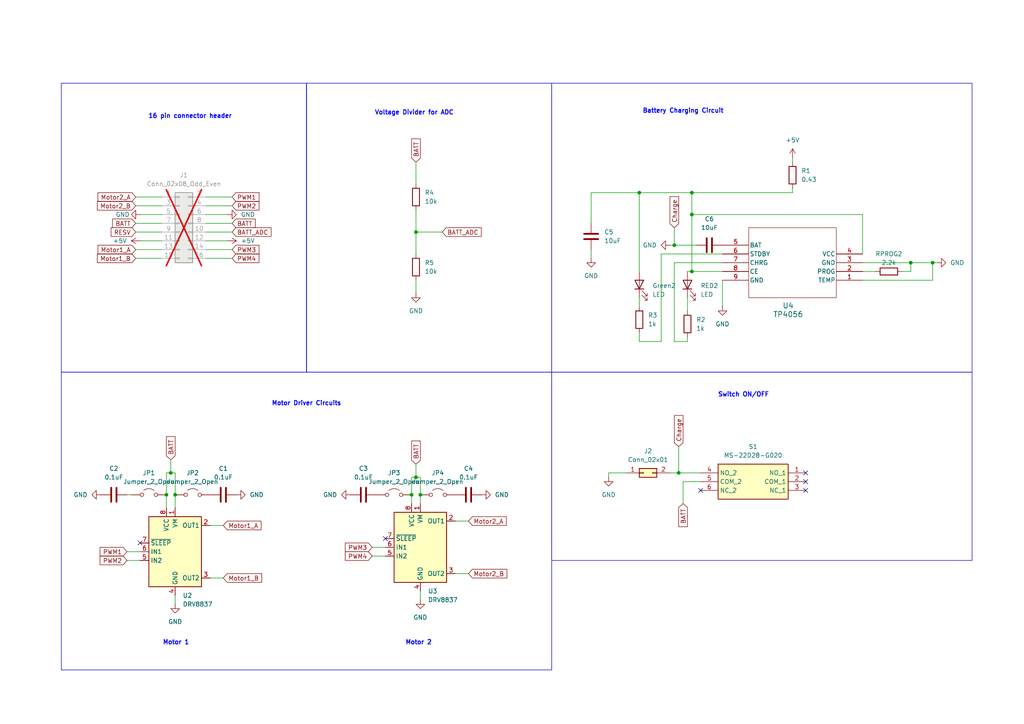
<source format=kicad_sch>
(kicad_sch (version 20231120) (generator "eeschema") (generator_version "8.0")
  (paper "A4")
  (title_block (title "Power Subsection") (date "24 March 2024") (rev "v2") (comment 3 "SHKIMA004") (comment 4 "Imaan Shaik"))
  (lib_symbols
    (symbol "Connector_Generic:Conn_02x01" (pin_names (offset 1.016) hide)
      (property "Reference" "J" (at 1.27 2.54 0))
      (property "Value" "Conn_02x01" (at 1.27 -2.54 0))
      (symbol "Conn_02x01_1_1"
        (rectangle (start -1.27 0.127) (end 0 -0.127) (stroke (width 0.1524)))
        (rectangle (start -1.27 1.27) (end 3.81 -1.27) (stroke (width 0.254)) (fill (type background)))
        (rectangle (start 3.81 0.127) (end 2.54 -0.127) (stroke (width 0.1524)))
        (pin passive line (at -5.08 0 0) (length 3.81) (name "Pin_1") (number "1"))
        (pin passive line (at 7.62 0 180) (length 3.81) (name "Pin_2") (number "2"))
      )
    )
    (symbol "Connector_Generic:Conn_02x08_Odd_Even" (pin_names (offset 1.016) hide)
      (property "Reference" "J" (at 1.27 10.16 0))
      (property "Value" "Conn_02x08_Odd_Even" (at 1.27 -12.7 0))
      (symbol "Conn_02x08_Odd_Even_1_1"
        (rectangle (start -1.27 -10.033) (end 0 -10.287) (stroke (width 0.1524)))
        (rectangle (start -1.27 -7.493) (end 0 -7.747) (stroke (width 0.1524)))
        (rectangle (start -1.27 -4.953) (end 0 -5.207) (stroke (width 0.1524)))
        (rectangle (start -1.27 -2.413) (end 0 -2.667) (stroke (width 0.1524)))
        (rectangle (start -1.27 0.127) (end 0 -0.127) (stroke (width 0.1524)))
        (rectangle (start -1.27 2.667) (end 0 2.413) (stroke (width 0.1524)))
        (rectangle (start -1.27 5.207) (end 0 4.953) (stroke (width 0.1524)))
        (rectangle (start -1.27 7.747) (end 0 7.493) (stroke (width 0.1524)))
        (rectangle (start -1.27 8.89) (end 3.81 -11.43) (stroke (width 0.254)) (fill (type background)))
        (rectangle (start 3.81 -10.033) (end 2.54 -10.287) (stroke (width 0.1524)))
        (rectangle (start 3.81 -7.493) (end 2.54 -7.747) (stroke (width 0.1524)))
        (rectangle (start 3.81 -4.953) (end 2.54 -5.207) (stroke (width 0.1524)))
        (rectangle (start 3.81 -2.413) (end 2.54 -2.667) (stroke (width 0.1524)))
        (rectangle (start 3.81 0.127) (end 2.54 -0.127) (stroke (width 0.1524)))
        (rectangle (start 3.81 2.667) (end 2.54 2.413) (stroke (width 0.1524)))
        (rectangle (start 3.81 5.207) (end 2.54 4.953) (stroke (width 0.1524)))
        (rectangle (start 3.81 7.747) (end 2.54 7.493) (stroke (width 0.1524)))
        (pin passive line (at -5.08 7.62 0) (length 3.81) (name "Pin_1") (number "1"))
        (pin passive line (at 7.62 -2.54 180) (length 3.81) (name "Pin_10") (number "10"))
        (pin passive line (at -5.08 -5.08 0) (length 3.81) (name "Pin_11") (number "11"))
        (pin passive line (at 7.62 -5.08 180) (length 3.81) (name "Pin_12") (number "12"))
        (pin passive line (at -5.08 -7.62 0) (length 3.81) (name "Pin_13") (number "13"))
        (pin passive line (at 7.62 -7.62 180) (length 3.81) (name "Pin_14") (number "14"))
        (pin passive line (at -5.08 -10.16 0) (length 3.81) (name "Pin_15") (number "15"))
        (pin passive line (at 7.62 -10.16 180) (length 3.81) (name "Pin_16") (number "16"))
        (pin passive line (at 7.62 7.62 180) (length 3.81) (name "Pin_2") (number "2"))
        (pin passive line (at -5.08 5.08 0) (length 3.81) (name "Pin_3") (number "3"))
        (pin passive line (at 7.62 5.08 180) (length 3.81) (name "Pin_4") (number "4"))
        (pin passive line (at -5.08 2.54 0) (length 3.81) (name "Pin_5") (number "5"))
        (pin passive line (at 7.62 2.54 180) (length 3.81) (name "Pin_6") (number "6"))
        (pin passive line (at -5.08 0 0) (length 3.81) (name "Pin_7") (number "7"))
        (pin passive line (at 7.62 0 180) (length 3.81) (name "Pin_8") (number "8"))
        (pin passive line (at -5.08 -2.54 0) (length 3.81) (name "Pin_9") (number "9"))
      )
    )
    (symbol "Device:C" (pin_numbers hide) (pin_names (offset 0.254))
      (property "Reference" "C" (at 0.635 2.54 0))
      (property "Value" "C" (at 0.635 -2.54 0))
      (symbol "C_0_1"
        (polyline (pts (xy -2.032 -0.762) (xy 2.032 -0.762)) (stroke (width 0.508)))
        (polyline (pts (xy -2.032 0.762) (xy 2.032 0.762)) (stroke (width 0.508)))
      )
      (symbol "C_1_1"
        (pin passive line (at 0 3.81 270) (length 2.794) (name "~") (number "1"))
        (pin passive line (at 0 -3.81 90) (length 2.794) (name "~") (number "2"))
      )
    )
    (symbol "Device:LED" (pin_numbers hide) (pin_names (offset 1.016) hide)
      (property "Reference" "D" (at 0 2.54 0))
      (property "Value" "LED" (at 0 -2.54 0))
      (symbol "LED_0_1"
        (polyline (pts (xy -1.27 -1.27) (xy -1.27 1.27)) (stroke (width 0.254)))
        (polyline (pts (xy -1.27 0) (xy 1.27 0)))
        (polyline (pts (xy 1.27 -1.27) (xy 1.27 1.27) (xy -1.27 0) (xy 1.27 -1.27)) (stroke (width 0.254)))
        (polyline (pts (xy -3.048 -0.762) (xy -4.572 -2.286) (xy -3.81 -2.286) (xy -4.572 -2.286) (xy -4.572 -1.524)))
        (polyline (pts (xy -1.778 -0.762) (xy -3.302 -2.286) (xy -2.54 -2.286) (xy -3.302 -2.286) (xy -3.302 -1.524)))
      )
      (symbol "LED_1_1"
        (pin passive line (at -3.81 0 0) (length 2.54) (name "K") (number "1"))
        (pin passive line (at 3.81 0 180) (length 2.54) (name "A") (number "2"))
      )
    )
    (symbol "Device:R" (pin_numbers hide) (pin_names (offset 0))
      (property "Reference" "R" (at 2.032 0 90))
      (property "Value" "R" (at 0 0 90))
      (symbol "R_0_1"
        (rectangle (start -1.016 -2.54) (end 1.016 2.54) (stroke (width 0.254)))
      )
      (symbol "R_1_1"
        (pin passive line (at 0 3.81 270) (length 1.27) (name "~") (number "1"))
        (pin passive line (at 0 -3.81 90) (length 1.27) (name "~") (number "2"))
      )
    )
    (symbol "Driver_Motor:DRV8837"
      (property "Reference" "U" (at 6.35 11.43 0))
      (property "Value" "DRV8837" (at -10.16 11.43 0))
      (symbol "DRV8837_0_1"
        (rectangle (start -7.62 10.16) (end 7.62 -10.16) (stroke (width 0.254)) (fill (type background)))
      )
      (symbol "DRV8837_1_1"
        (pin power_in line (at 0 12.7 270) (length 2.54) (name "VM") (number "1"))
        (pin output line (at 10.16 7.62 180) (length 2.54) (name "OUT1") (number "2"))
        (pin output line (at 10.16 -7.62 180) (length 2.54) (name "OUT2") (number "3"))
        (pin power_in line (at 0 -12.7 90) (length 2.54) (name "GND") (number "4"))
        (pin input line (at -10.16 -2.54 0) (length 2.54) (name "IN2") (number "5"))
        (pin input line (at -10.16 0 0) (length 2.54) (name "IN1") (number "6"))
        (pin input line (at -10.16 2.54 0) (length 2.54) (name "~{SLEEP}") (number "7"))
        (pin power_in line (at -2.54 12.7 270) (length 2.54) (name "VCC") (number "8"))
        (pin passive line (at 0 -12.7 90) (length 2.54) hide (name "GND") (number "9"))
      )
    )
    (symbol "GND_1" (power) (pin_numbers hide) (pin_names (offset 0) hide)
      (property "Value" "GND" (at 0 -3.81 0))
      (symbol "GND_1_0_1"
        (polyline (pts (xy 0 0) (xy 0 -1.27) (xy 1.27 -1.27) (xy 0 -2.54) (xy -1.27 -1.27) (xy 0 -1.27)))
      )
      (symbol "GND_1_1_1"
        (pin power_in line (at 0 0 270) (length 0) (name "~") (number "1"))
      )
    )
    (symbol "GND_2" (power) (pin_numbers hide) (pin_names (offset 0) hide)
      (property "Value" "GND" (at 0 -3.81 0))
      (symbol "GND_2_0_1"
        (polyline (pts (xy 0 0) (xy 0 -1.27) (xy 1.27 -1.27) (xy 0 -2.54) (xy -1.27 -1.27) (xy 0 -1.27)))
      )
      (symbol "GND_2_1_1"
        (pin power_in line (at 0 0 270) (length 0) (name "~") (number "1"))
      )
    )
    (symbol "GND_3" (power) (pin_numbers hide) (pin_names (offset 0) hide)
      (property "Value" "GND" (at 0 -3.81 0))
      (symbol "GND_3_0_1"
        (polyline (pts (xy 0 0) (xy 0 -1.27) (xy 1.27 -1.27) (xy 0 -2.54) (xy -1.27 -1.27) (xy 0 -1.27)))
      )
      (symbol "GND_3_1_1"
        (pin power_in line (at 0 0 270) (length 0) (name "~") (number "1"))
      )
    )
    (symbol "Jumper:Jumper_2_Open" (pin_numbers hide) (pin_names (offset 0) hide) (exclude_from_sim yes)
      (property "Reference" "JP" (at 0 2.794 0))
      (property "Value" "Jumper_2_Open" (at 0 -2.286 0))
      (symbol "Jumper_2_Open_0_0"
        (circle (center -2.032 0) (radius 0.508))
        (circle (center 2.032 0) (radius 0.508))
      )
      (symbol "Jumper_2_Open_0_1"
        (arc (start 1.524 1.27) (mid 0 1.778) (end -1.524 1.27))
      )
      (symbol "Jumper_2_Open_1_1"
        (pin passive line (at -5.08 0 0) (length 2.54) (name "A") (number "1"))
        (pin passive line (at 5.08 0 180) (length 2.54) (name "B") (number "2"))
      )
    )
    (symbol "MS 22D28 Switch:MS-22D28-G020"
      (property "Reference" "S" (at 26.67 7.62 0))
      (property "Value" "MS-22D28-G020" (at 26.67 5.08 0))
      (symbol "MS-22D28-G020_1_1"
        (rectangle (start 5.08 2.54) (end 25.4 -7.62) (stroke (width 0.254)) (fill (type background)))
        (pin passive line (at 30.48 0 180) (length 5.08) (name "NO_1") (number "1"))
        (pin passive line (at 30.48 -2.54 180) (length 5.08) (name "COM_1") (number "2"))
        (pin passive line (at 30.48 -5.08 180) (length 5.08) (name "NC_1") (number "3"))
        (pin passive line (at 0 0 0) (length 5.08) (name "NO_2") (number "4"))
        (pin passive line (at 0 -2.54 0) (length 5.08) (name "COM_2") (number "5"))
        (pin passive line (at 0 -5.08 0) (length 5.08) (name "NC_2") (number "6"))
      )
    )
    (symbol "TP4056:TP4056" (pin_names (offset 0.254))
      (property "Reference" "U" (at 20.32 10.16 0))
      (property "Value" "TP4056" (at 20.32 7.62 0))
      (symbol "TP4056_0_1"
        (polyline (pts (xy 7.62 -15.24) (xy 33.02 -15.24)) (stroke (width 0.127)))
        (polyline (pts (xy 7.62 5.08) (xy 7.62 -15.24)) (stroke (width 0.127)))
        (polyline (pts (xy 33.02 -15.24) (xy 33.02 5.08)) (stroke (width 0.127)))
        (polyline (pts (xy 33.02 5.08) (xy 7.62 5.08)) (stroke (width 0.127)))
        (pin unspecified line (at 0 0 0) (length 7.62) (name "TEMP") (number "1"))
        (pin unspecified line (at 0 -2.54 0) (length 7.62) (name "PROG") (number "2"))
        (pin power_out line (at 0 -5.08 0) (length 7.62) (name "GND") (number "3"))
        (pin power_in line (at 0 -7.62 0) (length 7.62) (name "VCC") (number "4"))
        (pin unspecified line (at 40.64 -10.16 180) (length 7.62) (name "BAT") (number "5"))
        (pin unspecified line (at 40.64 -7.62 180) (length 7.62) (name "STDBY") (number "6"))
        (pin unspecified line (at 40.64 -5.08 180) (length 7.62) (name "CHRG") (number "7"))
        (pin unspecified line (at 40.64 -2.54 180) (length 7.62) (name "CE") (number "8"))
        (pin power_out line (at 40.64 0 180) (length 7.62) (name "GND") (number "9"))
      )
    )
    (symbol "power:+5V" (power) (pin_numbers hide) (pin_names (offset 0) hide)
      (property "Value" "+5V" (at 0 3.556 0))
      (symbol "+5V_0_1"
        (polyline (pts (xy -0.762 1.27) (xy 0 2.54)))
        (polyline (pts (xy 0 0) (xy 0 2.54)))
        (polyline (pts (xy 0 2.54) (xy 0.762 1.27)))
      )
      (symbol "+5V_1_1"
        (pin power_in line (at 0 0 90) (length 0) (name "~") (number "1"))
      )
    )
  )
  (junction (at 200.66 55.88))
  (junction (at 119.38 143.51))
  (junction (at 200.66 62.23))
  (junction (at 50.8 143.51))
  (junction (at 185.42 55.88))
  (junction (at 270.51 76.2))
  (junction (at 49.53 137.16))
  (junction (at 196.85 137.16))
  (junction (at 120.65 138.43))
  (junction (at 264.16 76.2))
  (junction (at 121.92 143.51))
  (junction (at 120.65 67.31))
  (junction (at 48.26 143.51))
  (junction (at 195.58 71.12))
  (junction (at 200.66 78.74))
  (no_connect (at 233.68 139.7))
  (no_connect (at 111.76 156.21))
  (no_connect (at 203.2 142.24))
  (no_connect (at 233.68 142.24))
  (no_connect (at 233.68 137.16))
  (no_connect (at 40.64 157.48))
  (wire (pts (xy 49.53 137.16) (xy 50.8 137.16)))
  (wire (pts (xy 120.65 138.43) (xy 121.92 138.43)))
  (wire (pts (xy 60.96 152.4) (xy 64.77 152.4)))
  (wire (pts (xy 199.39 86.36) (xy 199.39 90.17)))
  (wire (pts (xy 59.69 69.85) (xy 66.04 69.85)))
  (wire (pts (xy 171.45 55.88) (xy 171.45 64.77)))
  (wire (pts (xy 59.69 62.23) (xy 66.04 62.23)))
  (wire (pts (xy 107.95 158.75) (xy 111.76 158.75)))
  (wire (pts (xy 185.42 55.88) (xy 171.45 55.88)))
  (wire (pts (xy 50.8 172.72) (xy 50.8 175.26)))
  (wire (pts (xy 171.45 72.39) (xy 171.45 74.93)))
  (wire (pts (xy 261.62 78.74) (xy 264.16 78.74)))
  (wire (pts (xy 120.65 134.62) (xy 120.65 138.43)))
  (wire (pts (xy 195.58 66.04) (xy 195.58 71.12)))
  (wire (pts (xy 40.64 62.23) (xy 46.99 62.23)))
  (wire (pts (xy 191.77 99.06) (xy 185.42 99.06)))
  (wire (pts (xy 121.92 171.45) (xy 121.92 173.99)))
  (wire (pts (xy 48.26 137.16) (xy 49.53 137.16)))
  (wire (pts (xy 191.77 73.66) (xy 191.77 99.06)))
  (wire (pts (xy 59.69 57.15) (xy 67.31 57.15)))
  (wire (pts (xy 121.92 143.51) (xy 121.92 146.05)))
  (wire (pts (xy 59.69 67.31) (xy 67.31 67.31)))
  (wire (pts (xy 185.42 99.06) (xy 185.42 96.52)))
  (wire (pts (xy 250.19 81.28) (xy 270.51 81.28)))
  (wire (pts (xy 185.42 86.36) (xy 185.42 88.9)))
  (wire (pts (xy 209.55 73.66) (xy 191.77 73.66)))
  (wire (pts (xy 176.53 137.16) (xy 176.53 138.43)))
  (wire (pts (xy 229.87 45.72) (xy 229.87 46.99)))
  (wire (pts (xy 120.65 46.99) (xy 120.65 53.34)))
  (wire (pts (xy 36.83 143.51) (xy 38.1 143.51)))
  (wire (pts (xy 120.65 67.31) (xy 120.65 73.66)))
  (wire (pts (xy 200.66 55.88) (xy 200.66 62.23)))
  (wire (pts (xy 120.65 81.28) (xy 120.65 85.09)))
  (wire (pts (xy 270.51 81.28) (xy 270.51 76.2)))
  (wire (pts (xy 200.66 62.23) (xy 200.66 78.74)))
  (wire (pts (xy 229.87 54.61) (xy 229.87 55.88)))
  (wire (pts (xy 270.51 76.2) (xy 271.78 76.2)))
  (wire (pts (xy 59.69 64.77) (xy 67.31 64.77)))
  (wire (pts (xy 119.38 138.43) (xy 120.65 138.43)))
  (wire (pts (xy 39.37 72.39) (xy 46.99 72.39)))
  (wire (pts (xy 39.37 74.93) (xy 46.99 74.93)))
  (wire (pts (xy 48.26 147.32) (xy 48.26 143.51)))
  (wire (pts (xy 48.26 143.51) (xy 48.26 137.16)))
  (wire (pts (xy 185.42 55.88) (xy 185.42 78.74)))
  (wire (pts (xy 195.58 76.2) (xy 195.58 99.06)))
  (wire (pts (xy 264.16 76.2) (xy 270.51 76.2)))
  (wire (pts (xy 59.69 72.39) (xy 67.31 72.39)))
  (wire (pts (xy 60.96 167.64) (xy 64.77 167.64)))
  (wire (pts (xy 59.69 59.69) (xy 67.31 59.69)))
  (wire (pts (xy 59.69 74.93) (xy 67.31 74.93)))
  (wire (pts (xy 120.65 60.96) (xy 120.65 67.31)))
  (wire (pts (xy 50.8 143.51) (xy 50.8 147.32)))
  (wire (pts (xy 39.37 59.69) (xy 46.99 59.69)))
  (wire (pts (xy 181.61 137.16) (xy 176.53 137.16)))
  (wire (pts (xy 250.19 76.2) (xy 264.16 76.2)))
  (wire (pts (xy 250.19 73.66) (xy 250.19 62.23)))
  (wire (pts (xy 209.55 81.28) (xy 209.55 88.9)))
  (wire (pts (xy 132.08 166.37) (xy 135.89 166.37)))
  (wire (pts (xy 120.65 67.31) (xy 128.27 67.31)))
  (wire (pts (xy 121.92 138.43) (xy 121.92 143.51)))
  (wire (pts (xy 36.83 160.02) (xy 40.64 160.02)))
  (wire (pts (xy 195.58 71.12) (xy 201.93 71.12)))
  (wire (pts (xy 119.38 143.51) (xy 119.38 138.43)))
  (wire (pts (xy 194.31 71.12) (xy 195.58 71.12)))
  (wire (pts (xy 209.55 76.2) (xy 195.58 76.2)))
  (wire (pts (xy 107.95 161.29) (xy 111.76 161.29)))
  (wire (pts (xy 196.85 129.54) (xy 196.85 137.16)))
  (wire (pts (xy 198.12 139.7) (xy 198.12 146.05)))
  (wire (pts (xy 185.42 55.88) (xy 200.66 55.88)))
  (wire (pts (xy 199.39 78.74) (xy 200.66 78.74)))
  (wire (pts (xy 49.53 133.35) (xy 49.53 137.16)))
  (wire (pts (xy 250.19 78.74) (xy 254 78.74)))
  (wire (pts (xy 264.16 78.74) (xy 264.16 76.2)))
  (wire (pts (xy 39.37 67.31) (xy 46.99 67.31)))
  (wire (pts (xy 250.19 62.23) (xy 200.66 62.23)))
  (wire (pts (xy 119.38 146.05) (xy 119.38 143.51)))
  (wire (pts (xy 36.83 162.56) (xy 40.64 162.56)))
  (wire (pts (xy 132.08 151.13) (xy 135.89 151.13)))
  (wire (pts (xy 39.37 64.77) (xy 46.99 64.77)))
  (wire (pts (xy 195.58 99.06) (xy 199.39 99.06)))
  (wire (pts (xy 50.8 137.16) (xy 50.8 143.51)))
  (wire (pts (xy 196.85 137.16) (xy 203.2 137.16)))
  (wire (pts (xy 194.31 137.16) (xy 196.85 137.16)))
  (wire (pts (xy 200.66 55.88) (xy 229.87 55.88)))
  (wire (pts (xy 199.39 99.06) (xy 199.39 97.79)))
  (wire (pts (xy 198.12 139.7) (xy 203.2 139.7)))
  (wire (pts (xy 200.66 78.74) (xy 209.55 78.74)))
  (wire (pts (xy 40.64 69.85) (xy 46.99 69.85)))
  (wire (pts (xy 39.37 57.15) (xy 46.99 57.15)))
  (rectangle (start 160.02 24.13) (end 281.94 107.95))
  (rectangle (start 88.9 24.13) (end 160.02 107.95))
  (rectangle (start 17.78 24.13) (end 88.9 107.95))
  (rectangle (start 160.02 107.95) (end 281.94 162.56))
  (rectangle (start 17.78 107.95) (end 160.02 194.31))
  (text "Motor Driver Circuits" (at 88.9 117.094 0) (effects (font (size 1.27 1.27) (thickness 0.254) (bold yes))))
  (text "Voltage Divider for ADC" (at 120.142 32.766 0) (effects (font (size 1.27 1.27) (thickness 0.254) (bold yes))))
  (text "Battery Charging Circuit " (at 198.628 32.258 0) (effects (font (size 1.27 1.27) (thickness 0.254) (bold yes))))
  (text "16 pin connector header " (at 55.626 33.782 0) (effects (font (size 1.27 1.27) (thickness 0.254) (bold yes))))
  (text "Switch ON/OFF" (at 215.646 114.554 0) (effects (font (size 1.27 1.27) (thickness 0.254) (bold yes))))
  (text "Motor 1" (at 51.054 186.436 0) (effects (font (size 1.27 1.27) (thickness 0.254) (bold yes))))
  (text "Motor 2\n" (at 121.412 186.436 0) (effects (font (size 1.27 1.27) (thickness 0.254) (bold yes))))
  (global_label "PWM4" (shape input) (at 67.31 74.93 0) (property "Intersheetrefs" "${INTERSHEET_REFS}" (effects (hide yes))))
  (global_label "PWM1" (shape input) (at 67.31 57.15 0) (property "Intersheetrefs" "${INTERSHEET_REFS}" (effects (hide yes))))
  (global_label "Charge" (shape input) (at 196.85 129.54 90) (property "Intersheetrefs" "${INTERSHEET_REFS}" (effects (hide yes))))
  (global_label "Motor2_A" (shape input) (at 135.89 151.13 0) (property "Intersheetrefs" "${INTERSHEET_REFS}" (effects (hide yes))))
  (global_label "Charge" (shape input) (at 195.58 66.04 90) (property "Intersheetrefs" "${INTERSHEET_REFS}" (effects (hide yes))))
  (global_label "BATT_ADC" (shape input) (at 67.31 67.31 0) (property "Intersheetrefs" "${INTERSHEET_REFS}" (effects (hide yes))))
  (global_label "PWM3" (shape input) (at 67.31 72.39 0) (property "Intersheetrefs" "${INTERSHEET_REFS}" (effects (hide yes))))
  (global_label "Motor2_B" (shape input) (at 39.37 59.69 180) (property "Intersheetrefs" "${INTERSHEET_REFS}" (effects (hide yes))))
  (global_label "Motor2_B" (shape input) (at 135.89 166.37 0) (property "Intersheetrefs" "${INTERSHEET_REFS}" (effects (hide yes))))
  (global_label "PWM1" (shape input) (at 36.83 160.02 180) (property "Intersheetrefs" "${INTERSHEET_REFS}" (effects (hide yes))))
  (global_label "Motor1_A" (shape input) (at 39.37 72.39 180) (property "Intersheetrefs" "${INTERSHEET_REFS}" (effects (hide yes))))
  (global_label "PWM2" (shape input) (at 36.83 162.56 180) (property "Intersheetrefs" "${INTERSHEET_REFS}" (effects (hide yes))))
  (global_label "Motor1_B" (shape input) (at 39.37 74.93 180) (property "Intersheetrefs" "${INTERSHEET_REFS}" (effects (hide yes))))
  (global_label "RESV" (shape input) (at 39.37 67.31 180) (property "Intersheetrefs" "${INTERSHEET_REFS}" (effects (hide yes))))
  (global_label "PWM2" (shape input) (at 67.31 59.69 0) (property "Intersheetrefs" "${INTERSHEET_REFS}" (effects (hide yes))))
  (global_label "PWM3" (shape input) (at 107.95 158.75 180) (property "Intersheetrefs" "${INTERSHEET_REFS}" (effects (hide yes))))
  (global_label "Motor1_A" (shape input) (at 64.77 152.4 0) (property "Intersheetrefs" "${INTERSHEET_REFS}" (effects (hide yes))))
  (global_label "BATT" (shape input) (at 120.65 134.62 90) (property "Intersheetrefs" "${INTERSHEET_REFS}" (effects (hide yes))))
  (global_label "BATT" (shape input) (at 39.37 64.77 180) (property "Intersheetrefs" "${INTERSHEET_REFS}" (effects (hide yes))))
  (global_label "PWM4" (shape input) (at 107.95 161.29 180) (property "Intersheetrefs" "${INTERSHEET_REFS}" (effects (hide yes))))
  (global_label "Motor1_B" (shape input) (at 64.77 167.64 0) (property "Intersheetrefs" "${INTERSHEET_REFS}" (effects (hide yes))))
  (global_label "BATT" (shape input) (at 67.31 64.77 0) (property "Intersheetrefs" "${INTERSHEET_REFS}" (effects (hide yes))))
  (global_label "BATT_ADC" (shape input) (at 128.27 67.31 0) (property "Intersheetrefs" "${INTERSHEET_REFS}" (effects (hide yes))))
  (global_label "BATT" (shape input) (at 49.53 133.35 90) (property "Intersheetrefs" "${INTERSHEET_REFS}" (effects (hide yes))))
  (global_label "BATT" (shape input) (at 120.65 46.99 90) (property "Intersheetrefs" "${INTERSHEET_REFS}" (effects (hide yes))))
  (global_label "BATT" (shape input) (at 198.12 146.05 270) (property "Intersheetrefs" "${INTERSHEET_REFS}" (effects (hide yes))))
  (global_label "Motor2_A" (shape input) (at 39.37 57.15 180) (property "Intersheetrefs" "${INTERSHEET_REFS}" (effects (hide yes))))
  (symbol (lib_id "Jumper:Jumper_2_Open") (at 55.88 143.51 0) (unit 1) (exclude_from_sim yes)
    (property "Reference" "JP2" (at 55.88 137.16 0))
    (property "Value" "Jumper_2_Open" (at 55.88 139.7 0))
    (property "Footprint" "Jumper:SolderJumper-2_P1.3mm_Open_Pad1.0x1.5mm" (effects (hide yes)))
    (property "Description" "Jumper, 2-pole, open" (effects (hide yes)))
  )
  (symbol (lib_id "Jumper:Jumper_2_Open") (at 43.18 143.51 0) (unit 1) (exclude_from_sim yes)
    (property "Reference" "JP1" (at 43.18 137.16 0))
    (property "Value" "Jumper_2_Open" (at 43.18 139.7 0))
    (property "Footprint" "Jumper:SolderJumper-2_P1.3mm_Open_Pad1.0x1.5mm" (effects (hide yes)))
    (property "Description" "Jumper, 2-pole, open" (effects (hide yes)))
  )
  (symbol (lib_id "Jumper:Jumper_2_Open") (at 114.3 143.51 0) (unit 1) (exclude_from_sim yes)
    (property "Reference" "JP3" (at 114.3 137.16 0))
    (property "Value" "Jumper_2_Open" (at 114.3 139.7 0))
    (property "Footprint" "Jumper:SolderJumper-2_P1.3mm_Open_Pad1.0x1.5mm" (effects (hide yes)))
    (property "Description" "Jumper, 2-pole, open" (effects (hide yes)))
  )
  (symbol (lib_id "Driver_Motor:DRV8837") (at 121.92 158.75 0) (unit 1)
    (property "Reference" "U3" (at 124.1141 171.45 0) (effects (justify left)))
    (property "Value" "DRV8837" (at 124.1141 173.99 0) (effects (justify left)))
    (property "Footprint" "Package_SON:WSON-8-1EP_2x2mm_P0.5mm_EP0.9x1.6mm" (effects (hide yes)))
    (property "Datasheet" "http://www.ti.com/lit/ds/symlink/drv8837.pdf" (effects (hide yes)))
    (property "Description" "H-Bridge driver, 1.8A, Low Voltage, PWM input, WSON-8" (effects (hide yes)))
    (property "LCSE" "C39159" (effects (hide yes)))
  )
  (symbol (lib_id "Device:C") (at 105.41 143.51 90) (unit 1)
    (property "Reference" "C3" (at 105.41 135.89 90))
    (property "Value" "0.1uF" (at 105.41 138.43 90))
    (property "Footprint" "Capacitor_SMD:C_0805_2012Metric" (effects (hide yes)))
    (property "Description" "Unpolarized capacitor" (effects (hide yes)))
    (property "LCSE" " C30926" (effects (hide yes)))
  )
  (symbol (lib_id "Connector_Generic:Conn_02x08_Odd_Even") (at 52.07 64.77 0) (unit 1) (dnp yes)
    (property "Reference" "J1" (at 53.34 50.8 0))
    (property "Value" "Conn_02x08_Odd_Even" (at 53.34 53.34 0))
    (property "Footprint" "Connector_PinHeader_2.54mm:PinHeader_2x08_P2.54mm_Vertical" (effects (hide yes)))
    (property "Description" "Generic connector, double row, 02x08, odd/even pin numbering scheme (row 1 odd numbers, row 2 even numbers), script generated (kicad-library-utils/schlib/autogen/connector/)" (effects (hide yes)))
  )
  (symbol (lib_id "power:+5V") (at 229.87 45.72 0) (unit 1)
    (property "Reference" "#PWR02" (effects (hide yes)))
    (property "Value" "+5V" (at 229.87 40.64 0))
    (property "Description" "Power symbol creates a global label with name \"+5V\"" (effects (hide yes)))
  )
  (symbol (lib_id "Device:R") (at 185.42 92.71 180) (unit 1)
    (property "Reference" "R3" (at 187.96 91.4399 0) (effects (justify right)))
    (property "Value" "1k" (at 187.96 93.9799 0) (effects (justify right)))
    (property "Footprint" "Resistor_SMD:R_0805_2012Metric" (effects (hide yes)))
    (property "Description" "Resistor" (effects (hide yes)))
    (property "LCSE" "C115325" (effects (hide yes)))
  )
  (symbol (lib_id "power:+5V") (at 66.04 69.85 270) (unit 1)
    (property "Reference" "#PWR07" (effects (hide yes)))
    (property "Value" "+5V" (at 69.85 69.8499 90) (effects (justify left)))
    (property "Description" "Power symbol creates a global label with name \"+5V\"" (effects (hide yes)))
  )
  (symbol (lib_name "GND_3") (lib_id "power:GND") (at 209.55 88.9 0) (unit 1)
    (property "Reference" "#PWR011" (effects (hide yes)))
    (property "Value" "GND" (at 209.55 93.98 0))
    (property "Description" "Power symbol creates a global label with name \"GND\" , ground" (effects (hide yes)))
  )
  (symbol (lib_name "GND_3") (lib_id "power:GND") (at 271.78 76.2 90) (unit 1)
    (property "Reference" "#PWR012" (effects (hide yes)))
    (property "Value" "GND" (at 275.59 76.1999 90) (effects (justify right)))
    (property "Description" "Power symbol creates a global label with name \"GND\" , ground" (effects (hide yes)))
  )
  (symbol (lib_name "GND_2") (lib_id "power:GND") (at 120.65 85.09 0) (unit 1)
    (property "Reference" "#PWR010" (effects (hide yes)))
    (property "Value" "GND" (at 120.65 90.17 0))
    (property "Description" "Power symbol creates a global label with name \"GND\" , ground" (effects (hide yes)))
  )
  (symbol (lib_id "Device:LED") (at 199.39 82.55 90) (unit 1)
    (property "Reference" "RED2" (at 203.2 82.8674 90) (effects (justify right)))
    (property "Value" "LED" (at 203.2 85.4074 90) (effects (justify right)))
    (property "Footprint" "Diode_SMD:D_0805_2012Metric" (effects (hide yes)))
    (property "Description" "Light emitting diode" (effects (hide yes)))
    (property "LCSE" "C2286" (effects (hide yes)))
  )
  (symbol (lib_name "GND_3") (lib_id "power:GND") (at 171.45 74.93 0) (unit 1)
    (property "Reference" "#PWR017" (effects (hide yes)))
    (property "Value" "GND" (at 171.45 80.01 0))
    (property "Description" "Power symbol creates a global label with name \"GND\" , ground" (effects (hide yes)))
  )
  (symbol (lib_name "GND_1") (lib_id "power:GND") (at 40.64 62.23 270) (unit 1)
    (property "Reference" "#PWR04" (effects (hide yes)))
    (property "Value" "GND" (at 35.56 62.23 90))
    (property "Description" "Power symbol creates a global label with name \"GND\" , ground" (effects (hide yes)))
  )
  (symbol (lib_name "GND_2") (lib_id "power:GND") (at 101.6 143.51 270) (unit 1)
    (property "Reference" "#PWR014" (effects (hide yes)))
    (property "Value" "GND" (at 97.79 143.5099 90) (effects (justify right)))
    (property "Description" "Power symbol creates a global label with name \"GND\" , ground" (effects (hide yes)))
  )
  (symbol (lib_id "Device:C") (at 64.77 143.51 90) (unit 1)
    (property "Reference" "C1" (at 64.77 135.89 90))
    (property "Value" "0.1uF" (at 64.77 138.43 90))
    (property "Footprint" "Capacitor_SMD:C_0805_2012Metric" (effects (hide yes)))
    (property "Description" "Unpolarized capacitor" (effects (hide yes)))
    (property "LCSE" " C30926" (effects (hide yes)))
  )
  (symbol (lib_id "Device:R") (at 257.81 78.74 90) (unit 1)
    (property "Reference" "RPROG2" (at 257.81 73.66 90))
    (property "Value" "2.2k" (at 257.81 76.2 90))
    (property "Footprint" "Resistor_SMD:R_0805_2012Metric" (effects (hide yes)))
    (property "Description" "Resistor" (effects (hide yes)))
    (property "LCSE" "C204754" (effects (hide yes)))
  )
  (symbol (lib_id "Device:LED") (at 185.42 82.55 90) (unit 1)
    (property "Reference" "Green2" (at 189.23 82.8674 90) (effects (justify right)))
    (property "Value" "LED" (at 189.23 85.4074 90) (effects (justify right)))
    (property "Footprint" "Diode_SMD:D_0805_2012Metric" (effects (hide yes)))
    (property "Description" "Light emitting diode" (effects (hide yes)))
    (property "LCSE" "C2297" (effects (hide yes)))
  )
  (symbol (lib_id "Device:C") (at 135.89 143.51 90) (unit 1)
    (property "Reference" "C4" (at 135.89 135.89 90))
    (property "Value" "0.1uF" (at 135.89 138.43 90))
    (property "Footprint" "Capacitor_SMD:C_0805_2012Metric" (effects (hide yes)))
    (property "Description" "Unpolarized capacitor" (effects (hide yes)))
    (property "LCSE" " C30926" (effects (hide yes)))
  )
  (symbol (lib_name "GND_3") (lib_id "power:GND") (at 194.31 71.12 270) (unit 1)
    (property "Reference" "#PWR016" (effects (hide yes)))
    (property "Value" "GND" (at 190.5 71.1199 90) (effects (justify right)))
    (property "Description" "Power symbol creates a global label with name \"GND\" , ground" (effects (hide yes)))
  )
  (symbol (lib_id "Device:R") (at 199.39 93.98 180) (unit 1)
    (property "Reference" "R2" (at 201.93 92.7099 0) (effects (justify right)))
    (property "Value" "1k" (at 201.93 95.2499 0) (effects (justify right)))
    (property "Footprint" "Resistor_SMD:R_0805_2012Metric" (effects (hide yes)))
    (property "Description" "Resistor" (effects (hide yes)))
    (property "LCSE" "C115325" (effects (hide yes)))
  )
  (symbol (lib_id "Connector_Generic:Conn_02x01") (at 186.69 137.16 0) (unit 1)
    (property "Reference" "J2" (at 187.96 130.81 0))
    (property "Value" "Conn_02x01" (at 187.96 133.35 0))
    (property "Footprint" "Connector_PinHeader_2.00mm:PinHeader_2x01_P2.00mm_Vertical" (effects (hide yes)))
    (property "Description" "Generic connector, double row, 02x01, this symbol is compatible with counter-clockwise, top-bottom and odd-even numbering schemes., script generated (kicad-library-utils/schlib/autogen/connector/)" (effects (hide yes)))
  )
  (symbol (lib_name "GND_2") (lib_id "power:GND") (at 29.21 143.51 270) (unit 1)
    (property "Reference" "#PWR03" (effects (hide yes)))
    (property "Value" "GND" (at 25.4 143.5099 90) (effects (justify right)))
    (property "Description" "Power symbol creates a global label with name \"GND\" , ground" (effects (hide yes)))
  )
  (symbol (lib_name "GND_2") (lib_id "power:GND") (at 68.58 143.51 90) (unit 1)
    (property "Reference" "#PWR018" (effects (hide yes)))
    (property "Value" "GND" (at 72.39 143.5099 90) (effects (justify right)))
    (property "Description" "Power symbol creates a global label with name \"GND\" , ground" (effects (hide yes)))
  )
  (symbol (lib_id "Device:C") (at 171.45 68.58 0) (unit 1)
    (property "Reference" "C5" (at 175.26 67.3099 0) (effects (justify left)))
    (property "Value" "10uF" (at 175.26 69.8499 0) (effects (justify left)))
    (property "Footprint" "Capacitor_SMD:C_0805_2012Metric" (effects (hide yes)))
    (property "Description" "Unpolarized capacitor" (effects (hide yes)))
    (property "LCSE" "C18800" (effects (hide yes)))
  )
  (symbol (lib_id "Device:C") (at 33.02 143.51 90) (unit 1)
    (property "Reference" "C2" (at 33.02 135.89 90))
    (property "Value" "0.1uF" (at 33.02 138.43 90))
    (property "Footprint" "Capacitor_SMD:C_0805_2012Metric" (effects (hide yes)))
    (property "Description" "Unpolarized capacitor" (effects (hide yes)))
    (property "LCSE" " C30926" (effects (hide yes)))
  )
  (symbol (lib_id "Device:C") (at 205.74 71.12 90) (unit 1)
    (property "Reference" "C6" (at 205.74 63.5 90))
    (property "Value" "10uF" (at 205.74 66.04 90))
    (property "Footprint" "Capacitor_SMD:C_0805_2012Metric" (effects (hide yes)))
    (property "Description" "Unpolarized capacitor" (effects (hide yes)))
    (property "LCSE" "C18800" (effects (hide yes)))
  )
  (symbol (lib_id "Driver_Motor:DRV8837") (at 50.8 160.02 0) (unit 1)
    (property "Reference" "U2" (at 52.9941 172.72 0) (effects (justify left)))
    (property "Value" "DRV8837" (at 52.9941 175.26 0) (effects (justify left)))
    (property "Footprint" "Package_SON:WSON-8-1EP_2x2mm_P0.5mm_EP0.9x1.6mm" (effects (hide yes)))
    (property "Datasheet" "http://www.ti.com/lit/ds/symlink/drv8837.pdf" (effects (hide yes)))
    (property "Description" "H-Bridge driver, 1.8A, Low Voltage, PWM input, WSON-8" (effects (hide yes)))
    (property "LCSE" "C39159" (effects (hide yes)))
  )
  (symbol (lib_id "Device:R") (at 229.87 50.8 180) (unit 1)
    (property "Reference" "R1" (at 232.41 49.5299 0) (effects (justify right)))
    (property "Value" "0.43" (at 232.41 52.0699 0) (effects (justify right)))
    (property "Footprint" "Resistor_SMD:R_0805_2012Metric" (effects (hide yes)))
    (property "Description" "Resistor" (effects (hide yes)))
    (property "LCSE" " C175751" (effects (hide yes)))
  )
  (symbol (lib_id "power:+5V") (at 40.64 69.85 90) (unit 1)
    (property "Reference" "#PWR06" (effects (hide yes)))
    (property "Value" "+5V" (at 36.83 69.8499 90) (effects (justify left)))
    (property "Description" "Power symbol creates a global label with name \"+5V\"" (effects (hide yes)))
  )
  (symbol (lib_id "Device:R") (at 120.65 77.47 0) (unit 1)
    (property "Reference" "R5" (at 123.19 76.1999 0) (effects (justify left)))
    (property "Value" "10k" (at 123.19 78.7399 0) (effects (justify left)))
    (property "Footprint" "Resistor_SMD:R_0805_2012Metric" (effects (hide yes)))
    (property "Description" "Resistor" (effects (hide yes)))
    (property "LCSE" "C341633" (effects (hide yes)))
  )
  (symbol (lib_id "Device:R") (at 120.65 57.15 0) (unit 1)
    (property "Reference" "R4" (at 123.19 55.8799 0) (effects (justify left)))
    (property "Value" "10k" (at 123.19 58.4199 0) (effects (justify left)))
    (property "Footprint" "Resistor_SMD:R_0805_2012Metric" (effects (hide yes)))
    (property "Description" "Resistor" (effects (hide yes)))
    (property "LCSE" "C341633" (effects (hide yes)))
  )
  (symbol (lib_name "GND_2") (lib_id "power:GND") (at 66.04 62.23 90) (unit 1)
    (property "Reference" "#PWR05" (effects (hide yes)))
    (property "Value" "GND" (at 69.85 62.2299 90) (effects (justify right)))
    (property "Description" "Power symbol creates a global label with name \"GND\" , ground" (effects (hide yes)))
  )
  (symbol (lib_name "GND_2") (lib_id "power:GND") (at 176.53 138.43 0) (unit 1)
    (property "Reference" "#PWR01" (effects (hide yes)))
    (property "Value" "GND" (at 176.53 143.51 0))
    (property "Description" "Power symbol creates a global label with name \"GND\" , ground" (effects (hide yes)))
  )
  (symbol (lib_id "Jumper:Jumper_2_Open") (at 127 143.51 0) (unit 1) (exclude_from_sim yes)
    (property "Reference" "JP4" (at 127 137.16 0))
    (property "Value" "Jumper_2_Open" (at 127 139.7 0))
    (property "Footprint" "Jumper:SolderJumper-2_P1.3mm_Open_Pad1.0x1.5mm" (effects (hide yes)))
    (property "Description" "Jumper, 2-pole, open" (effects (hide yes)))
  )
  (symbol (lib_name "GND_2") (lib_id "power:GND") (at 139.7 143.51 90) (unit 1)
    (property "Reference" "#PWR015" (effects (hide yes)))
    (property "Value" "GND" (at 143.51 143.5099 90) (effects (justify right)))
    (property "Description" "Power symbol creates a global label with name \"GND\" , ground" (effects (hide yes)))
  )
  (symbol (lib_id "TP4056:TP4056") (at 250.19 81.28 180) (unit 1)
    (property "Reference" "U4" (at 228.6 88.646 0) (effects (font (size 1.524 1.524))))
    (property "Value" "TP4056" (at 228.6 91.186 0) (effects (font (size 1.524 1.524))))
    (property "Footprint" "Battery:TP4056" (effects (hide yes)))
    (property "Datasheet" "TP4056" (effects (hide yes)))
    (property "LCSE" "C16581" (effects (hide yes)))
  )
  (symbol (lib_name "GND_2") (lib_id "power:GND") (at 50.8 175.26 0) (unit 1)
    (property "Reference" "#PWR08" (effects (hide yes)))
    (property "Value" "GND" (at 50.8 180.34 0))
    (property "Description" "Power symbol creates a global label with name \"GND\" , ground" (effects (hide yes)))
  )
  (symbol (lib_name "GND_2") (lib_id "power:GND") (at 121.92 173.99 0) (unit 1)
    (property "Reference" "#PWR09" (effects (hide yes)))
    (property "Value" "GND" (at 121.92 179.07 0))
    (property "Description" "Power symbol creates a global label with name \"GND\" , ground" (effects (hide yes)))
  )
  (symbol (lib_id "MS 22D28 Switch:MS-22D28-G020") (at 203.2 137.16 0) (unit 1)
    (property "Reference" "S1" (at 218.44 129.54 0))
    (property "Value" "MS-22D28-G020" (at 218.44 132.08 0))
    (property "Footprint" "Button_Switch_SMD:MS22D28G020 switch" (effects (hide yes)))
    (property "Datasheet" "https://datasheet.lcsc.com/lcsc/2012062037_G-Switch-MS-22D28-G020_C963205.pdf" (effects (hide yes)))
    (property "Description" "SMD,7x4x2.1mm Slide Switches ROHS" (effects (hide yes)))
    (property "Height" "4.25" (effects (hide yes)))
    (property "Manufacturer_Name" "G-Switch Electronic" (effects (hide yes)))
    (property "Manufacturer_Part_Number" "MS-22D28-G020" (effects (hide yes)))
    (property "LCSE" "C963205" (effects (hide yes)))
  )
)
</source>
